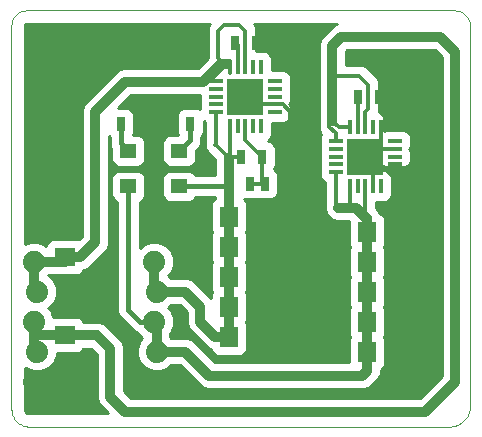
<source format=gtl>
G75*
G70*
%OFA0B0*%
%FSLAX24Y24*%
%IPPOS*%
%LPD*%
%AMOC8*
5,1,8,0,0,1.08239X$1,22.5*
%
%ADD10C,0.0000*%
%ADD11R,0.0140X0.0492*%
%ADD12R,0.0492X0.0140*%
%ADD13R,0.1240X0.1240*%
%ADD14R,0.0315X0.0472*%
%ADD15R,0.0709X0.0630*%
%ADD16R,0.0630X0.0709*%
%ADD17C,0.0740*%
%ADD18R,0.0551X0.0472*%
%ADD19C,0.0100*%
%ADD20C,0.0140*%
%ADD21R,0.0396X0.0396*%
%ADD22C,0.0320*%
%ADD23C,0.0160*%
D10*
X000250Y000733D02*
X000250Y013544D01*
X000252Y013585D01*
X000257Y013627D01*
X000266Y013667D01*
X000279Y013707D01*
X000295Y013745D01*
X000314Y013782D01*
X000336Y013817D01*
X000361Y013850D01*
X000389Y013881D01*
X000420Y013909D01*
X000453Y013934D01*
X000488Y013956D01*
X000525Y013975D01*
X000563Y013991D01*
X000603Y014004D01*
X000643Y014013D01*
X000685Y014018D01*
X000726Y014020D01*
X015018Y014020D01*
X015061Y014018D01*
X015104Y014013D01*
X015147Y014004D01*
X015188Y013992D01*
X015228Y013976D01*
X015267Y013957D01*
X015305Y013935D01*
X015340Y013910D01*
X015373Y013882D01*
X015404Y013851D01*
X015432Y013818D01*
X015457Y013783D01*
X015479Y013745D01*
X015498Y013706D01*
X015514Y013666D01*
X015526Y013625D01*
X015535Y013582D01*
X015540Y013539D01*
X015542Y013496D01*
X015542Y000852D01*
X015543Y000852D02*
X015541Y000802D01*
X015536Y000752D01*
X015527Y000703D01*
X015515Y000654D01*
X015499Y000607D01*
X015480Y000560D01*
X015457Y000516D01*
X015432Y000472D01*
X015403Y000431D01*
X015372Y000392D01*
X015337Y000356D01*
X015301Y000321D01*
X015262Y000290D01*
X015221Y000261D01*
X015177Y000236D01*
X015133Y000213D01*
X015086Y000194D01*
X015039Y000178D01*
X014990Y000166D01*
X014941Y000157D01*
X014891Y000152D01*
X014841Y000150D01*
X000833Y000150D01*
X000785Y000152D01*
X000737Y000158D01*
X000690Y000168D01*
X000644Y000182D01*
X000599Y000199D01*
X000556Y000220D01*
X000514Y000245D01*
X000475Y000273D01*
X000438Y000304D01*
X000404Y000338D01*
X000373Y000375D01*
X000345Y000414D01*
X000320Y000456D01*
X000299Y000499D01*
X000282Y000544D01*
X000268Y000590D01*
X000258Y000637D01*
X000252Y000685D01*
X000250Y000733D01*
D11*
X007540Y010159D03*
X007790Y010159D03*
X008050Y010159D03*
X008310Y010159D03*
X008560Y010159D03*
X008560Y012141D03*
X008310Y012141D03*
X008050Y012141D03*
X007790Y012141D03*
X007540Y012141D03*
X011540Y010141D03*
X011790Y010141D03*
X012050Y010141D03*
X012310Y010141D03*
X012560Y010141D03*
X012560Y008159D03*
X012310Y008159D03*
X012050Y008159D03*
X011790Y008159D03*
X011540Y008159D03*
D12*
X011059Y008640D03*
X011059Y008890D03*
X011059Y009150D03*
X011059Y009410D03*
X011059Y009660D03*
X013041Y009660D03*
X013041Y009410D03*
X013041Y009150D03*
X013041Y008890D03*
X013041Y008640D03*
X009041Y010640D03*
X009041Y010890D03*
X009041Y011150D03*
X009041Y011410D03*
X009041Y011660D03*
X007059Y011660D03*
X007059Y011410D03*
X007059Y011150D03*
X007059Y010890D03*
X007059Y010640D03*
D13*
X008050Y011150D03*
X012050Y009150D03*
D14*
X011796Y011150D03*
X012504Y011150D03*
X009404Y008250D03*
X008696Y008250D03*
X008204Y008250D03*
X007496Y008250D03*
X007896Y009150D03*
X008604Y009150D03*
X006204Y010250D03*
X005496Y010250D03*
X004604Y010250D03*
X003896Y010250D03*
X007696Y012950D03*
X008404Y012950D03*
D15*
X002050Y006901D03*
X002050Y005799D03*
X002050Y003201D03*
X002050Y002099D03*
D16*
X007499Y003150D03*
X007499Y004150D03*
X007499Y005150D03*
X007499Y006150D03*
X007499Y007150D03*
X008601Y007150D03*
X008601Y006150D03*
X008601Y005150D03*
X008601Y004150D03*
X008601Y003150D03*
X010999Y002650D03*
X010999Y003650D03*
X010999Y004650D03*
X010999Y005650D03*
X010999Y006650D03*
X012101Y006650D03*
X012101Y005650D03*
X012101Y004650D03*
X012101Y003650D03*
X012101Y002650D03*
D17*
X005100Y002650D03*
X005000Y001650D03*
X005000Y003650D03*
X005100Y004650D03*
X005000Y005650D03*
X005100Y006650D03*
X001100Y006650D03*
X001000Y005650D03*
X001100Y004650D03*
X001000Y003650D03*
X001100Y002650D03*
X001000Y001650D03*
D18*
X004150Y008159D03*
X004150Y009341D03*
X005850Y009341D03*
X005850Y008159D03*
D19*
X000715Y000673D02*
X000739Y000639D01*
X000773Y000615D01*
X000812Y000602D01*
X000833Y000600D01*
X003464Y000600D01*
X003169Y000895D01*
X003100Y001060D01*
X003100Y002566D01*
X002915Y002751D01*
X002662Y002751D01*
X002650Y002722D01*
X002569Y002640D01*
X002462Y002596D01*
X001760Y002596D01*
X001760Y002519D01*
X001660Y002276D01*
X001474Y002090D01*
X001231Y001990D01*
X000969Y001990D01*
X000726Y002090D01*
X000700Y002117D01*
X000700Y000733D01*
X000702Y000712D01*
X000715Y000673D01*
X000736Y000643D02*
X003421Y000643D01*
X003323Y000741D02*
X000700Y000741D01*
X000700Y000840D02*
X003224Y000840D01*
X003151Y000938D02*
X000700Y000938D01*
X000700Y001037D02*
X003110Y001037D01*
X003100Y001135D02*
X000700Y001135D01*
X000700Y001234D02*
X003100Y001234D01*
X003100Y001332D02*
X000700Y001332D01*
X000700Y001431D02*
X003100Y001431D01*
X003100Y001529D02*
X000700Y001529D01*
X000700Y001628D02*
X003100Y001628D01*
X003100Y001726D02*
X000700Y001726D01*
X000700Y001825D02*
X003100Y001825D01*
X003100Y001923D02*
X000700Y001923D01*
X000700Y002022D02*
X000893Y002022D01*
X001307Y002022D02*
X003100Y002022D01*
X003100Y002120D02*
X001503Y002120D01*
X001602Y002219D02*
X003100Y002219D01*
X003100Y002317D02*
X001676Y002317D01*
X001717Y002416D02*
X003100Y002416D01*
X003100Y002514D02*
X001758Y002514D01*
X002501Y002613D02*
X003053Y002613D01*
X002955Y002711D02*
X002639Y002711D01*
X003440Y003499D02*
X004178Y003499D01*
X004236Y003440D02*
X004340Y003336D01*
X004431Y003299D01*
X004440Y003276D01*
X004617Y003100D01*
X004540Y003024D01*
X004440Y002781D01*
X004440Y002519D01*
X004540Y002276D01*
X004726Y002090D01*
X004969Y001990D01*
X005231Y001990D01*
X005474Y002090D01*
X005583Y002200D01*
X005864Y002200D01*
X006469Y001595D01*
X006595Y001469D01*
X006760Y001400D01*
X012040Y001400D01*
X012205Y001469D01*
X012331Y001595D01*
X012483Y001746D01*
X012551Y001912D01*
X012551Y002038D01*
X012580Y002050D01*
X012662Y002131D01*
X012706Y002238D01*
X012706Y003062D01*
X012670Y003150D01*
X012706Y003238D01*
X012706Y004062D01*
X012670Y004150D01*
X012706Y004238D01*
X012706Y005062D01*
X012670Y005150D01*
X012706Y005238D01*
X012706Y006062D01*
X012670Y006150D01*
X012706Y006238D01*
X012706Y007062D01*
X012662Y007169D01*
X012580Y007250D01*
X012514Y007278D01*
X012483Y007354D01*
X012431Y007405D01*
X012410Y007426D01*
X012410Y007632D01*
X012432Y007623D01*
X012688Y007623D01*
X012794Y007667D01*
X012876Y007748D01*
X012920Y007855D01*
X012920Y008463D01*
X012876Y008569D01*
X012794Y008651D01*
X012688Y008695D01*
X012432Y008695D01*
X012326Y008651D01*
X012305Y008630D01*
X012284Y008651D01*
X012178Y008695D01*
X011922Y008695D01*
X011920Y008694D01*
X011918Y008695D01*
X011595Y008695D01*
X011595Y009018D01*
X011594Y009020D01*
X011595Y009022D01*
X011595Y009278D01*
X011594Y009280D01*
X011595Y009282D01*
X011595Y009605D01*
X011918Y009605D01*
X011920Y009606D01*
X011922Y009605D01*
X012178Y009605D01*
X012180Y009606D01*
X012182Y009605D01*
X012438Y009605D01*
X012505Y009633D01*
X012505Y009532D01*
X012549Y009426D01*
X012570Y009405D01*
X012549Y009384D01*
X012505Y009278D01*
X012505Y009022D01*
X012549Y008916D01*
X012631Y008834D01*
X012737Y008790D01*
X013345Y008790D01*
X013452Y008834D01*
X013533Y008916D01*
X013577Y009022D01*
X013577Y009278D01*
X013533Y009384D01*
X013512Y009405D01*
X013533Y009426D01*
X013577Y009532D01*
X013577Y009788D01*
X013533Y009894D01*
X013452Y009976D01*
X013345Y010020D01*
X012737Y010020D01*
X012670Y009992D01*
X012670Y010445D01*
X012626Y010552D01*
X012544Y010633D01*
X012499Y010652D01*
X012510Y010678D01*
X012510Y011622D01*
X012455Y011754D01*
X012155Y012054D01*
X012054Y012155D01*
X011922Y012210D01*
X011400Y012210D01*
X011400Y012664D01*
X011436Y012700D01*
X014364Y012700D01*
X014600Y012464D01*
X014600Y001836D01*
X013864Y001100D01*
X004236Y001100D01*
X004000Y001336D01*
X004000Y002842D01*
X003931Y003007D01*
X003805Y003134D01*
X003483Y003456D01*
X003356Y003583D01*
X003191Y003651D01*
X002662Y003651D01*
X002650Y003680D01*
X002569Y003762D01*
X002462Y003806D01*
X001650Y003806D01*
X001560Y004024D01*
X001483Y004100D01*
X001660Y004276D01*
X001760Y004519D01*
X001760Y004781D01*
X001660Y005024D01*
X001483Y005200D01*
X001623Y005200D01*
X001638Y005194D01*
X002462Y005194D01*
X002569Y005238D01*
X002650Y005320D01*
X002667Y005360D01*
X002805Y005417D01*
X003431Y006044D01*
X003500Y006209D01*
X003500Y009842D01*
X003526Y009816D01*
X003526Y009521D01*
X003582Y009385D01*
X003584Y009383D01*
X003584Y009047D01*
X003629Y008940D01*
X003710Y008858D01*
X003817Y008814D01*
X004483Y008814D01*
X004590Y008858D01*
X004671Y008940D01*
X004716Y009047D01*
X004716Y009634D01*
X004671Y009741D01*
X004590Y009823D01*
X004483Y009867D01*
X004306Y009867D01*
X004343Y009956D01*
X004343Y010544D01*
X004299Y010650D01*
X004217Y010732D01*
X004111Y010776D01*
X003813Y010776D01*
X004236Y011200D01*
X006523Y011200D01*
X006523Y011022D01*
X006524Y011020D01*
X006523Y011018D01*
X006523Y010733D01*
X006419Y010776D01*
X005989Y010776D01*
X005883Y010732D01*
X005801Y010650D01*
X005757Y010544D01*
X005757Y009956D01*
X005794Y009867D01*
X005517Y009867D01*
X005410Y009823D01*
X005329Y009741D01*
X005284Y009634D01*
X005284Y009047D01*
X005329Y008940D01*
X005410Y008858D01*
X005517Y008814D01*
X006183Y008814D01*
X006290Y008858D01*
X006371Y008940D01*
X006416Y009047D01*
X006416Y009383D01*
X006518Y009485D01*
X006574Y009621D01*
X006574Y009816D01*
X006608Y009850D01*
X006652Y009956D01*
X006652Y010323D01*
X006699Y010303D01*
X006699Y009643D01*
X006690Y009622D01*
X006690Y009478D01*
X006745Y009346D01*
X006754Y009337D01*
X007049Y009042D01*
X007049Y008545D01*
X007048Y008544D01*
X007048Y008529D01*
X006384Y008529D01*
X006371Y008560D01*
X006290Y008642D01*
X006183Y008686D01*
X005517Y008686D01*
X005410Y008642D01*
X005329Y008560D01*
X005284Y008453D01*
X005284Y007866D01*
X005329Y007759D01*
X005410Y007677D01*
X005517Y007633D01*
X006183Y007633D01*
X006290Y007677D01*
X006371Y007759D01*
X006384Y007789D01*
X007049Y007789D01*
X007049Y007762D01*
X007020Y007750D01*
X006938Y007669D01*
X006894Y007562D01*
X006894Y006738D01*
X006930Y006650D01*
X006894Y006562D01*
X006894Y005738D01*
X006930Y005650D01*
X006894Y005562D01*
X006894Y004738D01*
X006930Y004650D01*
X006894Y004562D01*
X006894Y004443D01*
X006805Y004531D01*
X006305Y005031D01*
X006140Y005100D01*
X005583Y005100D01*
X005483Y005200D01*
X005560Y005276D01*
X005660Y005519D01*
X005660Y005781D01*
X005560Y006024D01*
X005374Y006210D01*
X005131Y006310D01*
X004869Y006310D01*
X004626Y006210D01*
X004520Y006103D01*
X004520Y007648D01*
X004590Y007677D01*
X004671Y007759D01*
X004716Y007866D01*
X004716Y008453D01*
X004671Y008560D01*
X004590Y008642D01*
X004483Y008686D01*
X003817Y008686D01*
X003710Y008642D01*
X003629Y008560D01*
X003584Y008453D01*
X003584Y007866D01*
X003629Y007759D01*
X003710Y007677D01*
X003780Y007648D01*
X003780Y003976D01*
X003836Y003840D01*
X004236Y003440D01*
X004276Y003401D02*
X003538Y003401D01*
X003483Y003456D02*
X003483Y003456D01*
X003320Y003598D02*
X004079Y003598D01*
X003981Y003696D02*
X002635Y003696D01*
X002490Y003795D02*
X003882Y003795D01*
X003815Y003893D02*
X001614Y003893D01*
X001573Y003992D02*
X003780Y003992D01*
X003780Y004090D02*
X001493Y004090D01*
X001572Y004189D02*
X003780Y004189D01*
X003780Y004287D02*
X001664Y004287D01*
X001705Y004386D02*
X003780Y004386D01*
X003780Y004484D02*
X001746Y004484D01*
X001760Y004583D02*
X003780Y004583D01*
X003780Y004681D02*
X001760Y004681D01*
X001760Y004780D02*
X003780Y004780D01*
X003780Y004878D02*
X001720Y004878D01*
X001679Y004977D02*
X003780Y004977D01*
X003780Y005075D02*
X001608Y005075D01*
X001510Y005174D02*
X003780Y005174D01*
X003780Y005272D02*
X002603Y005272D01*
X002692Y005371D02*
X003780Y005371D01*
X003780Y005469D02*
X002857Y005469D01*
X002955Y005568D02*
X003780Y005568D01*
X003780Y005666D02*
X003054Y005666D01*
X003152Y005765D02*
X003780Y005765D01*
X003780Y005863D02*
X003251Y005863D01*
X003349Y005962D02*
X003780Y005962D01*
X003780Y006060D02*
X003438Y006060D01*
X003479Y006159D02*
X003780Y006159D01*
X003780Y006257D02*
X003500Y006257D01*
X003500Y006356D02*
X003780Y006356D01*
X003780Y006454D02*
X003500Y006454D01*
X003500Y006553D02*
X003780Y006553D01*
X003780Y006651D02*
X003500Y006651D01*
X003500Y006750D02*
X003780Y006750D01*
X003780Y006848D02*
X003500Y006848D01*
X003500Y006947D02*
X003780Y006947D01*
X003780Y007045D02*
X003500Y007045D01*
X003500Y007144D02*
X003780Y007144D01*
X003780Y007242D02*
X003500Y007242D01*
X003500Y007341D02*
X003780Y007341D01*
X003780Y007439D02*
X003500Y007439D01*
X003500Y007538D02*
X003780Y007538D01*
X003780Y007636D02*
X003500Y007636D01*
X003500Y007735D02*
X003653Y007735D01*
X003598Y007833D02*
X003500Y007833D01*
X003500Y007932D02*
X003584Y007932D01*
X003584Y008030D02*
X003500Y008030D01*
X003500Y008129D02*
X003584Y008129D01*
X003584Y008227D02*
X003500Y008227D01*
X003500Y008326D02*
X003584Y008326D01*
X003584Y008424D02*
X003500Y008424D01*
X003500Y008523D02*
X003613Y008523D01*
X003690Y008621D02*
X003500Y008621D01*
X003500Y008720D02*
X007049Y008720D01*
X007049Y008818D02*
X006192Y008818D01*
X006348Y008917D02*
X007049Y008917D01*
X007049Y009015D02*
X006402Y009015D01*
X006416Y009114D02*
X006977Y009114D01*
X006879Y009212D02*
X006416Y009212D01*
X006416Y009311D02*
X006780Y009311D01*
X006719Y009409D02*
X006442Y009409D01*
X006527Y009508D02*
X006690Y009508D01*
X006690Y009606D02*
X006568Y009606D01*
X006574Y009705D02*
X006699Y009705D01*
X006699Y009803D02*
X006574Y009803D01*
X006629Y009902D02*
X006699Y009902D01*
X006699Y010000D02*
X006652Y010000D01*
X006652Y010099D02*
X006699Y010099D01*
X006699Y010197D02*
X006652Y010197D01*
X006652Y010296D02*
X006699Y010296D01*
X006523Y010788D02*
X003824Y010788D01*
X003923Y010887D02*
X006523Y010887D01*
X006523Y010985D02*
X004021Y010985D01*
X004120Y011084D02*
X006523Y011084D01*
X006523Y011182D02*
X004218Y011182D01*
X004260Y010690D02*
X005840Y010690D01*
X005776Y010591D02*
X004324Y010591D01*
X004343Y010493D02*
X005757Y010493D01*
X005757Y010394D02*
X004343Y010394D01*
X004343Y010296D02*
X005757Y010296D01*
X005757Y010197D02*
X004343Y010197D01*
X004343Y010099D02*
X005757Y010099D01*
X005757Y010000D02*
X004343Y010000D01*
X004321Y009902D02*
X005779Y009902D01*
X005391Y009803D02*
X004609Y009803D01*
X004687Y009705D02*
X005313Y009705D01*
X005284Y009606D02*
X004716Y009606D01*
X004716Y009508D02*
X005284Y009508D01*
X005284Y009409D02*
X004716Y009409D01*
X004716Y009311D02*
X005284Y009311D01*
X005284Y009212D02*
X004716Y009212D01*
X004716Y009114D02*
X005284Y009114D01*
X005298Y009015D02*
X004702Y009015D01*
X004648Y008917D02*
X005352Y008917D01*
X005508Y008818D02*
X004492Y008818D01*
X004610Y008621D02*
X005390Y008621D01*
X005313Y008523D02*
X004687Y008523D01*
X004716Y008424D02*
X005284Y008424D01*
X005284Y008326D02*
X004716Y008326D01*
X004716Y008227D02*
X005284Y008227D01*
X005284Y008129D02*
X004716Y008129D01*
X004716Y008030D02*
X005284Y008030D01*
X005284Y007932D02*
X004716Y007932D01*
X004702Y007833D02*
X005298Y007833D01*
X005353Y007735D02*
X004647Y007735D01*
X004520Y007636D02*
X005510Y007636D01*
X006190Y007636D02*
X006925Y007636D01*
X006894Y007538D02*
X004520Y007538D01*
X004520Y007439D02*
X006894Y007439D01*
X006894Y007341D02*
X004520Y007341D01*
X004520Y007242D02*
X006894Y007242D01*
X006894Y007144D02*
X004520Y007144D01*
X004520Y007045D02*
X006894Y007045D01*
X006894Y006947D02*
X004520Y006947D01*
X004520Y006848D02*
X006894Y006848D01*
X006894Y006750D02*
X004520Y006750D01*
X004520Y006651D02*
X006930Y006651D01*
X006894Y006553D02*
X004520Y006553D01*
X004520Y006454D02*
X006894Y006454D01*
X006894Y006356D02*
X004520Y006356D01*
X004520Y006257D02*
X004741Y006257D01*
X004575Y006159D02*
X004520Y006159D01*
X005259Y006257D02*
X006894Y006257D01*
X006894Y006159D02*
X005425Y006159D01*
X005523Y006060D02*
X006894Y006060D01*
X006894Y005962D02*
X005585Y005962D01*
X005626Y005863D02*
X006894Y005863D01*
X006894Y005765D02*
X005660Y005765D01*
X005660Y005666D02*
X006924Y005666D01*
X006896Y005568D02*
X005660Y005568D01*
X005639Y005469D02*
X006894Y005469D01*
X006894Y005371D02*
X005599Y005371D01*
X005555Y005272D02*
X006894Y005272D01*
X006894Y005174D02*
X005510Y005174D01*
X006200Y005075D02*
X006894Y005075D01*
X006894Y004977D02*
X006360Y004977D01*
X006458Y004878D02*
X006894Y004878D01*
X006894Y004780D02*
X006557Y004780D01*
X006655Y004681D02*
X006917Y004681D01*
X006902Y004583D02*
X006754Y004583D01*
X006852Y004484D02*
X006894Y004484D01*
X006100Y003964D02*
X006100Y003560D01*
X006169Y003395D01*
X006669Y002895D01*
X006795Y002769D01*
X006899Y002725D01*
X006938Y002631D01*
X007020Y002550D01*
X007126Y002506D01*
X007871Y002506D01*
X007978Y002550D01*
X008060Y002631D01*
X008104Y002738D01*
X008104Y003562D01*
X008067Y003650D01*
X008104Y003738D01*
X008104Y004562D01*
X008067Y004650D01*
X008104Y004738D01*
X008104Y005562D01*
X008067Y005650D01*
X008104Y005738D01*
X008104Y006562D01*
X008067Y006650D01*
X008104Y006738D01*
X008104Y007562D01*
X008060Y007669D01*
X008004Y007724D01*
X008419Y007724D01*
X008450Y007736D01*
X008481Y007724D01*
X008911Y007724D01*
X009017Y007768D01*
X009099Y007850D01*
X009143Y007956D01*
X009143Y008544D01*
X009099Y008650D01*
X009017Y008732D01*
X008998Y008740D01*
X009008Y008750D01*
X009052Y008856D01*
X009052Y009444D01*
X009008Y009550D01*
X008926Y009632D01*
X008819Y009676D01*
X008804Y009676D01*
X008876Y009748D01*
X008920Y009855D01*
X008920Y010280D01*
X009345Y010280D01*
X009452Y010324D01*
X009533Y010406D01*
X009577Y010512D01*
X009577Y010768D01*
X009533Y010874D01*
X009512Y010895D01*
X009533Y010916D01*
X009577Y011022D01*
X009577Y011278D01*
X009576Y011280D01*
X009577Y011282D01*
X009577Y011788D01*
X009533Y011894D01*
X009452Y011976D01*
X009345Y012020D01*
X008920Y012020D01*
X008920Y012445D01*
X008876Y012552D01*
X008794Y012633D01*
X008688Y012677D01*
X008410Y012677D01*
X008410Y013422D01*
X008355Y013554D01*
X008339Y013570D01*
X011088Y013570D01*
X010995Y013531D01*
X010695Y013231D01*
X010569Y013105D01*
X010500Y012940D01*
X010500Y010546D01*
X010490Y010522D01*
X010490Y010078D01*
X010545Y009946D01*
X010582Y009909D01*
X010567Y009894D01*
X010523Y009788D01*
X010523Y009282D01*
X010524Y009280D01*
X010523Y009278D01*
X010523Y009022D01*
X010524Y009020D01*
X010523Y009018D01*
X010523Y008512D01*
X010567Y008406D01*
X010648Y008324D01*
X010699Y008303D01*
X010699Y007470D01*
X010700Y007467D01*
X010700Y007360D01*
X010769Y007195D01*
X010895Y007069D01*
X011060Y007000D01*
X011496Y007000D01*
X011496Y006238D01*
X011533Y006150D01*
X011496Y006062D01*
X011496Y005238D01*
X011533Y005150D01*
X011496Y005062D01*
X011496Y004238D01*
X011533Y004150D01*
X011496Y004062D01*
X011496Y003238D01*
X011533Y003150D01*
X011496Y003062D01*
X011496Y002300D01*
X007036Y002300D01*
X006431Y002905D01*
X006305Y003031D01*
X006140Y003100D01*
X005583Y003100D01*
X005550Y003133D01*
X005550Y003267D01*
X005560Y003276D01*
X005660Y003519D01*
X005660Y003781D01*
X005560Y004024D01*
X005483Y004100D01*
X005583Y004200D01*
X005864Y004200D01*
X006100Y003964D01*
X006072Y003992D02*
X005573Y003992D01*
X005614Y003893D02*
X006100Y003893D01*
X006100Y003795D02*
X005655Y003795D01*
X005660Y003696D02*
X006100Y003696D01*
X006100Y003598D02*
X005660Y003598D01*
X005652Y003499D02*
X006125Y003499D01*
X006166Y003401D02*
X005611Y003401D01*
X005570Y003302D02*
X006262Y003302D01*
X006360Y003204D02*
X005550Y003204D01*
X005578Y003105D02*
X006459Y003105D01*
X006557Y003007D02*
X006330Y003007D01*
X006428Y002908D02*
X006656Y002908D01*
X006754Y002810D02*
X006527Y002810D01*
X006431Y002905D02*
X006431Y002905D01*
X006625Y002711D02*
X006905Y002711D01*
X006957Y002613D02*
X006724Y002613D01*
X006822Y002514D02*
X007106Y002514D01*
X006921Y002416D02*
X011496Y002416D01*
X011496Y002514D02*
X007892Y002514D01*
X008041Y002613D02*
X011496Y002613D01*
X011496Y002711D02*
X008093Y002711D01*
X008104Y002810D02*
X011496Y002810D01*
X011496Y002908D02*
X008104Y002908D01*
X008104Y003007D02*
X011496Y003007D01*
X011514Y003105D02*
X008104Y003105D01*
X008104Y003204D02*
X011511Y003204D01*
X011496Y003302D02*
X008104Y003302D01*
X008104Y003401D02*
X011496Y003401D01*
X011496Y003499D02*
X008104Y003499D01*
X008089Y003598D02*
X011496Y003598D01*
X011496Y003696D02*
X008086Y003696D01*
X008104Y003795D02*
X011496Y003795D01*
X011496Y003893D02*
X008104Y003893D01*
X008104Y003992D02*
X011496Y003992D01*
X011508Y004090D02*
X008104Y004090D01*
X008104Y004189D02*
X011517Y004189D01*
X011496Y004287D02*
X008104Y004287D01*
X008104Y004386D02*
X011496Y004386D01*
X011496Y004484D02*
X008104Y004484D01*
X008095Y004583D02*
X011496Y004583D01*
X011496Y004681D02*
X008080Y004681D01*
X008104Y004780D02*
X011496Y004780D01*
X011496Y004878D02*
X008104Y004878D01*
X008104Y004977D02*
X011496Y004977D01*
X011502Y005075D02*
X008104Y005075D01*
X008104Y005174D02*
X011523Y005174D01*
X011496Y005272D02*
X008104Y005272D01*
X008104Y005371D02*
X011496Y005371D01*
X011496Y005469D02*
X008104Y005469D01*
X008102Y005568D02*
X011496Y005568D01*
X011496Y005666D02*
X008074Y005666D01*
X008104Y005765D02*
X011496Y005765D01*
X011496Y005863D02*
X008104Y005863D01*
X008104Y005962D02*
X011496Y005962D01*
X011496Y006060D02*
X008104Y006060D01*
X008104Y006159D02*
X011529Y006159D01*
X011496Y006257D02*
X008104Y006257D01*
X008104Y006356D02*
X011496Y006356D01*
X011496Y006454D02*
X008104Y006454D01*
X008104Y006553D02*
X011496Y006553D01*
X011496Y006651D02*
X008068Y006651D01*
X008104Y006750D02*
X011496Y006750D01*
X011496Y006848D02*
X008104Y006848D01*
X008104Y006947D02*
X011496Y006947D01*
X010952Y007045D02*
X008104Y007045D01*
X008104Y007144D02*
X010820Y007144D01*
X010749Y007242D02*
X008104Y007242D01*
X008104Y007341D02*
X010708Y007341D01*
X010700Y007439D02*
X008104Y007439D01*
X008104Y007538D02*
X010699Y007538D01*
X010699Y007636D02*
X008073Y007636D01*
X008445Y007735D02*
X008455Y007735D01*
X008937Y007735D02*
X010699Y007735D01*
X010699Y007833D02*
X009083Y007833D01*
X009133Y007932D02*
X010699Y007932D01*
X010699Y008030D02*
X009143Y008030D01*
X009143Y008129D02*
X010699Y008129D01*
X010699Y008227D02*
X009143Y008227D01*
X009143Y008326D02*
X010647Y008326D01*
X010559Y008424D02*
X009143Y008424D01*
X009143Y008523D02*
X010523Y008523D01*
X010523Y008621D02*
X009111Y008621D01*
X009030Y008720D02*
X010523Y008720D01*
X010523Y008818D02*
X009036Y008818D01*
X009052Y008917D02*
X010523Y008917D01*
X010523Y009015D02*
X009052Y009015D01*
X009052Y009114D02*
X010523Y009114D01*
X010523Y009212D02*
X009052Y009212D01*
X009052Y009311D02*
X010523Y009311D01*
X010523Y009409D02*
X009052Y009409D01*
X009025Y009508D02*
X010523Y009508D01*
X010523Y009606D02*
X008952Y009606D01*
X008832Y009705D02*
X010523Y009705D01*
X010529Y009803D02*
X008898Y009803D01*
X008920Y009902D02*
X010574Y009902D01*
X010522Y010000D02*
X008920Y010000D01*
X008920Y010099D02*
X010490Y010099D01*
X010490Y010197D02*
X008920Y010197D01*
X009382Y010296D02*
X010490Y010296D01*
X010490Y010394D02*
X009521Y010394D01*
X009569Y010493D02*
X010490Y010493D01*
X010500Y010591D02*
X009577Y010591D01*
X009577Y010690D02*
X010500Y010690D01*
X010500Y010788D02*
X009569Y010788D01*
X009521Y010887D02*
X010500Y010887D01*
X010500Y010985D02*
X009562Y010985D01*
X009577Y011084D02*
X010500Y011084D01*
X010500Y011182D02*
X009577Y011182D01*
X009577Y011281D02*
X010500Y011281D01*
X010500Y011379D02*
X009577Y011379D01*
X009577Y011478D02*
X010500Y011478D01*
X010500Y011576D02*
X009577Y011576D01*
X009577Y011675D02*
X010500Y011675D01*
X010500Y011773D02*
X009577Y011773D01*
X009543Y011872D02*
X010500Y011872D01*
X010500Y011970D02*
X009457Y011970D01*
X008920Y012069D02*
X010500Y012069D01*
X010500Y012167D02*
X008920Y012167D01*
X008920Y012266D02*
X010500Y012266D01*
X010500Y012364D02*
X008920Y012364D01*
X008913Y012463D02*
X010500Y012463D01*
X010500Y012561D02*
X008866Y012561D01*
X008730Y012660D02*
X010500Y012660D01*
X010500Y012758D02*
X008410Y012758D01*
X008410Y012857D02*
X010500Y012857D01*
X010506Y012955D02*
X008410Y012955D01*
X008410Y013054D02*
X010547Y013054D01*
X010616Y013152D02*
X008410Y013152D01*
X008410Y013251D02*
X010714Y013251D01*
X010813Y013349D02*
X008410Y013349D01*
X008399Y013448D02*
X010911Y013448D01*
X011030Y013546D02*
X008358Y013546D01*
X006861Y013570D02*
X006845Y013554D01*
X006790Y013422D01*
X006790Y012426D01*
X006470Y012107D01*
X006454Y012100D01*
X003960Y012100D01*
X003795Y012031D01*
X002795Y011031D01*
X002669Y010905D01*
X002600Y010740D01*
X002600Y006485D01*
X002502Y006387D01*
X002462Y006404D01*
X001638Y006404D01*
X001531Y006360D01*
X001450Y006278D01*
X001407Y006176D01*
X001374Y006210D01*
X001131Y006310D01*
X000869Y006310D01*
X000700Y006240D01*
X000700Y013544D01*
X000700Y013548D01*
X000703Y013556D01*
X000708Y013562D01*
X000714Y013567D01*
X000722Y013570D01*
X000726Y013570D01*
X006861Y013570D01*
X006842Y013546D02*
X000700Y013546D01*
X000700Y013448D02*
X006801Y013448D01*
X006790Y013349D02*
X000700Y013349D01*
X000700Y013251D02*
X006790Y013251D01*
X006790Y013152D02*
X000700Y013152D01*
X000700Y013054D02*
X006790Y013054D01*
X006790Y012955D02*
X000700Y012955D01*
X000700Y012857D02*
X006790Y012857D01*
X006790Y012758D02*
X000700Y012758D01*
X000700Y012660D02*
X006790Y012660D01*
X006790Y012561D02*
X000700Y012561D01*
X000700Y012463D02*
X006790Y012463D01*
X006728Y012364D02*
X000700Y012364D01*
X000700Y012266D02*
X006629Y012266D01*
X006531Y012167D02*
X000700Y012167D01*
X000700Y012069D02*
X003885Y012069D01*
X003734Y011970D02*
X000700Y011970D01*
X000700Y011872D02*
X003635Y011872D01*
X003537Y011773D02*
X000700Y011773D01*
X000700Y011675D02*
X003438Y011675D01*
X003340Y011576D02*
X000700Y011576D01*
X000700Y011478D02*
X003241Y011478D01*
X003143Y011379D02*
X000700Y011379D01*
X000700Y011281D02*
X003044Y011281D01*
X002946Y011182D02*
X000700Y011182D01*
X000700Y011084D02*
X002847Y011084D01*
X002749Y010985D02*
X000700Y010985D01*
X000700Y010887D02*
X002661Y010887D01*
X002620Y010788D02*
X000700Y010788D01*
X000700Y010690D02*
X002600Y010690D01*
X002600Y010591D02*
X000700Y010591D01*
X000700Y010493D02*
X002600Y010493D01*
X002600Y010394D02*
X000700Y010394D01*
X000700Y010296D02*
X002600Y010296D01*
X002600Y010197D02*
X000700Y010197D01*
X000700Y010099D02*
X002600Y010099D01*
X002600Y010000D02*
X000700Y010000D01*
X000700Y009902D02*
X002600Y009902D01*
X002600Y009803D02*
X000700Y009803D01*
X000700Y009705D02*
X002600Y009705D01*
X002600Y009606D02*
X000700Y009606D01*
X000700Y009508D02*
X002600Y009508D01*
X002600Y009409D02*
X000700Y009409D01*
X000700Y009311D02*
X002600Y009311D01*
X002600Y009212D02*
X000700Y009212D01*
X000700Y009114D02*
X002600Y009114D01*
X002600Y009015D02*
X000700Y009015D01*
X000700Y008917D02*
X002600Y008917D01*
X002600Y008818D02*
X000700Y008818D01*
X000700Y008720D02*
X002600Y008720D01*
X002600Y008621D02*
X000700Y008621D01*
X000700Y008523D02*
X002600Y008523D01*
X002600Y008424D02*
X000700Y008424D01*
X000700Y008326D02*
X002600Y008326D01*
X002600Y008227D02*
X000700Y008227D01*
X000700Y008129D02*
X002600Y008129D01*
X002600Y008030D02*
X000700Y008030D01*
X000700Y007932D02*
X002600Y007932D01*
X002600Y007833D02*
X000700Y007833D01*
X000700Y007735D02*
X002600Y007735D01*
X002600Y007636D02*
X000700Y007636D01*
X000700Y007538D02*
X002600Y007538D01*
X002600Y007439D02*
X000700Y007439D01*
X000700Y007341D02*
X002600Y007341D01*
X002600Y007242D02*
X000700Y007242D01*
X000700Y007144D02*
X002600Y007144D01*
X002600Y007045D02*
X000700Y007045D01*
X000700Y006947D02*
X002600Y006947D01*
X002600Y006848D02*
X000700Y006848D01*
X000700Y006750D02*
X002600Y006750D01*
X002600Y006651D02*
X000700Y006651D01*
X000700Y006553D02*
X002600Y006553D01*
X002569Y006454D02*
X000700Y006454D01*
X000700Y006356D02*
X001527Y006356D01*
X001441Y006257D02*
X001259Y006257D01*
X000741Y006257D02*
X000700Y006257D01*
X001483Y005200D02*
X001483Y005200D01*
X003637Y003302D02*
X004423Y003302D01*
X004513Y003204D02*
X003735Y003204D01*
X003834Y003105D02*
X004612Y003105D01*
X004533Y003007D02*
X003932Y003007D01*
X003973Y002908D02*
X004492Y002908D01*
X004452Y002810D02*
X004000Y002810D01*
X004000Y002711D02*
X004440Y002711D01*
X004440Y002613D02*
X004000Y002613D01*
X004000Y002514D02*
X004442Y002514D01*
X004483Y002416D02*
X004000Y002416D01*
X004000Y002317D02*
X004524Y002317D01*
X004598Y002219D02*
X004000Y002219D01*
X004000Y002120D02*
X004697Y002120D01*
X004893Y002022D02*
X004000Y002022D01*
X004000Y001923D02*
X006141Y001923D01*
X006239Y001825D02*
X004000Y001825D01*
X004000Y001726D02*
X006338Y001726D01*
X006436Y001628D02*
X004000Y001628D01*
X004000Y001529D02*
X006535Y001529D01*
X006469Y001595D02*
X006469Y001595D01*
X006687Y001431D02*
X004000Y001431D01*
X004004Y001332D02*
X014096Y001332D01*
X014194Y001431D02*
X012113Y001431D01*
X012265Y001529D02*
X014293Y001529D01*
X014391Y001628D02*
X012364Y001628D01*
X012462Y001726D02*
X014490Y001726D01*
X014588Y001825D02*
X012515Y001825D01*
X012551Y001923D02*
X014600Y001923D01*
X014600Y002022D02*
X012551Y002022D01*
X012651Y002120D02*
X014600Y002120D01*
X014600Y002219D02*
X012698Y002219D01*
X012706Y002317D02*
X014600Y002317D01*
X014600Y002416D02*
X012706Y002416D01*
X012706Y002514D02*
X014600Y002514D01*
X014600Y002613D02*
X012706Y002613D01*
X012706Y002711D02*
X014600Y002711D01*
X014600Y002810D02*
X012706Y002810D01*
X012706Y002908D02*
X014600Y002908D01*
X014600Y003007D02*
X012706Y003007D01*
X012688Y003105D02*
X014600Y003105D01*
X014600Y003204D02*
X012692Y003204D01*
X012706Y003302D02*
X014600Y003302D01*
X014600Y003401D02*
X012706Y003401D01*
X012706Y003499D02*
X014600Y003499D01*
X014600Y003598D02*
X012706Y003598D01*
X012706Y003696D02*
X014600Y003696D01*
X014600Y003795D02*
X012706Y003795D01*
X012706Y003893D02*
X014600Y003893D01*
X014600Y003992D02*
X012706Y003992D01*
X012695Y004090D02*
X014600Y004090D01*
X014600Y004189D02*
X012686Y004189D01*
X012706Y004287D02*
X014600Y004287D01*
X014600Y004386D02*
X012706Y004386D01*
X012706Y004484D02*
X014600Y004484D01*
X014600Y004583D02*
X012706Y004583D01*
X012706Y004681D02*
X014600Y004681D01*
X014600Y004780D02*
X012706Y004780D01*
X012706Y004878D02*
X014600Y004878D01*
X014600Y004977D02*
X012706Y004977D01*
X012701Y005075D02*
X014600Y005075D01*
X014600Y005174D02*
X012679Y005174D01*
X012706Y005272D02*
X014600Y005272D01*
X014600Y005371D02*
X012706Y005371D01*
X012706Y005469D02*
X014600Y005469D01*
X014600Y005568D02*
X012706Y005568D01*
X012706Y005666D02*
X014600Y005666D01*
X014600Y005765D02*
X012706Y005765D01*
X012706Y005863D02*
X014600Y005863D01*
X014600Y005962D02*
X012706Y005962D01*
X012706Y006060D02*
X014600Y006060D01*
X014600Y006159D02*
X012673Y006159D01*
X012706Y006257D02*
X014600Y006257D01*
X014600Y006356D02*
X012706Y006356D01*
X012706Y006454D02*
X014600Y006454D01*
X014600Y006553D02*
X012706Y006553D01*
X012706Y006651D02*
X014600Y006651D01*
X014600Y006750D02*
X012706Y006750D01*
X012706Y006848D02*
X014600Y006848D01*
X014600Y006947D02*
X012706Y006947D01*
X012706Y007045D02*
X014600Y007045D01*
X014600Y007144D02*
X012672Y007144D01*
X012589Y007242D02*
X014600Y007242D01*
X014600Y007341D02*
X012488Y007341D01*
X012410Y007439D02*
X014600Y007439D01*
X014600Y007538D02*
X012410Y007538D01*
X012720Y007636D02*
X014600Y007636D01*
X014600Y007735D02*
X012862Y007735D01*
X012911Y007833D02*
X014600Y007833D01*
X014600Y007932D02*
X012920Y007932D01*
X012920Y008030D02*
X014600Y008030D01*
X014600Y008129D02*
X012920Y008129D01*
X012920Y008227D02*
X014600Y008227D01*
X014600Y008326D02*
X012920Y008326D01*
X012920Y008424D02*
X014600Y008424D01*
X014600Y008523D02*
X012895Y008523D01*
X012824Y008621D02*
X014600Y008621D01*
X014600Y008720D02*
X011595Y008720D01*
X011595Y008818D02*
X012670Y008818D01*
X012549Y008917D02*
X011595Y008917D01*
X011595Y009015D02*
X012508Y009015D01*
X012505Y009114D02*
X011595Y009114D01*
X011595Y009212D02*
X012505Y009212D01*
X012519Y009311D02*
X011595Y009311D01*
X011595Y009409D02*
X012566Y009409D01*
X012515Y009508D02*
X011595Y009508D01*
X011920Y009606D02*
X011920Y009606D01*
X012180Y009606D02*
X012180Y009606D01*
X012440Y009606D02*
X012505Y009606D01*
X012670Y010000D02*
X012689Y010000D01*
X012670Y010099D02*
X014600Y010099D01*
X014600Y010197D02*
X012670Y010197D01*
X012670Y010296D02*
X014600Y010296D01*
X014600Y010394D02*
X012670Y010394D01*
X012650Y010493D02*
X014600Y010493D01*
X014600Y010591D02*
X012586Y010591D01*
X012510Y010690D02*
X014600Y010690D01*
X014600Y010788D02*
X012510Y010788D01*
X012510Y010887D02*
X014600Y010887D01*
X014600Y010985D02*
X012510Y010985D01*
X012510Y011084D02*
X014600Y011084D01*
X014600Y011182D02*
X012510Y011182D01*
X012510Y011281D02*
X014600Y011281D01*
X014600Y011379D02*
X012510Y011379D01*
X012510Y011478D02*
X014600Y011478D01*
X014600Y011576D02*
X012510Y011576D01*
X012488Y011675D02*
X014600Y011675D01*
X014600Y011773D02*
X012436Y011773D01*
X012338Y011872D02*
X014600Y011872D01*
X014600Y011970D02*
X012239Y011970D01*
X012141Y012069D02*
X014600Y012069D01*
X014600Y012167D02*
X012025Y012167D01*
X011400Y012266D02*
X014600Y012266D01*
X014600Y012364D02*
X011400Y012364D01*
X011400Y012463D02*
X014600Y012463D01*
X014503Y012561D02*
X011400Y012561D01*
X011400Y012660D02*
X014404Y012660D01*
X014600Y010000D02*
X013393Y010000D01*
X013526Y009902D02*
X014600Y009902D01*
X014600Y009803D02*
X013571Y009803D01*
X013577Y009705D02*
X014600Y009705D01*
X014600Y009606D02*
X013577Y009606D01*
X013567Y009508D02*
X014600Y009508D01*
X014600Y009409D02*
X013516Y009409D01*
X013564Y009311D02*
X014600Y009311D01*
X014600Y009212D02*
X013577Y009212D01*
X013577Y009114D02*
X014600Y009114D01*
X014600Y009015D02*
X013574Y009015D01*
X013533Y008917D02*
X014600Y008917D01*
X014600Y008818D02*
X013413Y008818D01*
X008505Y010695D02*
X008182Y010695D01*
X008180Y010694D01*
X008178Y010695D01*
X007922Y010695D01*
X007920Y010694D01*
X007918Y010695D01*
X007668Y010695D01*
X007595Y010695D01*
X007595Y011018D01*
X007594Y011020D01*
X007595Y011022D01*
X007595Y011278D01*
X007594Y011280D01*
X007595Y011282D01*
X007595Y011590D01*
X007622Y011590D01*
X007658Y011605D01*
X007918Y011605D01*
X007920Y011606D01*
X007922Y011605D01*
X008178Y011605D01*
X008180Y011606D01*
X008182Y011605D01*
X008505Y011605D01*
X008505Y011282D01*
X008506Y011280D01*
X008505Y011278D01*
X008505Y011022D01*
X008549Y010916D01*
X008570Y010895D01*
X008549Y010874D01*
X008505Y010768D01*
X008505Y010695D01*
X008514Y010788D02*
X007595Y010788D01*
X007595Y010887D02*
X008562Y010887D01*
X008521Y010985D02*
X007595Y010985D01*
X007595Y011084D02*
X008505Y011084D01*
X008505Y011182D02*
X007595Y011182D01*
X007594Y011281D02*
X008506Y011281D01*
X008505Y011379D02*
X007595Y011379D01*
X007595Y011478D02*
X008505Y011478D01*
X008505Y011576D02*
X007595Y011576D01*
X007049Y008621D02*
X006310Y008621D01*
X006347Y007735D02*
X007004Y007735D01*
X003808Y008818D02*
X003500Y008818D01*
X003500Y008917D02*
X003652Y008917D01*
X003598Y009015D02*
X003500Y009015D01*
X003500Y009114D02*
X003584Y009114D01*
X003584Y009212D02*
X003500Y009212D01*
X003500Y009311D02*
X003584Y009311D01*
X003572Y009409D02*
X003500Y009409D01*
X003500Y009508D02*
X003531Y009508D01*
X003526Y009606D02*
X003500Y009606D01*
X003500Y009705D02*
X003526Y009705D01*
X003526Y009803D02*
X003500Y009803D01*
X005572Y004189D02*
X005875Y004189D01*
X005974Y004090D02*
X005493Y004090D01*
X007019Y002317D02*
X011496Y002317D01*
X013899Y001135D02*
X004201Y001135D01*
X004103Y001234D02*
X013997Y001234D01*
X006042Y002022D02*
X005307Y002022D01*
X005503Y002120D02*
X005944Y002120D01*
D20*
X011150Y007450D02*
X011059Y007541D01*
X011059Y008640D01*
X011540Y008159D02*
X011540Y007460D01*
X011550Y007450D01*
X012050Y007150D02*
X012050Y008159D01*
X012310Y008159D02*
X012310Y008890D01*
X012050Y009150D01*
X012310Y009410D01*
X013041Y009410D01*
X013041Y008890D02*
X013041Y008640D01*
X012550Y009150D02*
X012050Y009150D01*
X012550Y009150D02*
X012550Y009650D01*
X012560Y009660D01*
X012560Y010141D01*
X012050Y010141D02*
X012050Y010650D01*
X012150Y010750D01*
X012150Y011550D01*
X011850Y011850D01*
X011050Y011850D01*
X010950Y011750D01*
X011796Y011150D02*
X011796Y010147D01*
X011790Y010141D01*
X011540Y010141D02*
X011159Y010141D01*
X010950Y010350D01*
X010850Y010450D02*
X010950Y010550D01*
X010850Y010450D02*
X010850Y010150D01*
X011059Y009941D01*
X011059Y009660D01*
X009550Y010350D02*
X009550Y010650D01*
X009310Y010890D01*
X009041Y010890D01*
X008310Y010890D01*
X008050Y011150D01*
X007550Y011950D02*
X007550Y012350D01*
X007250Y012350D01*
X007150Y012450D01*
X007150Y013350D01*
X007350Y013550D01*
X007850Y013550D01*
X008050Y013350D01*
X008050Y012141D01*
X007790Y012141D02*
X007790Y012856D01*
X007696Y012950D01*
X007250Y012350D02*
X007250Y012250D01*
X007450Y012250D01*
X007540Y012160D01*
X007540Y012141D01*
X007331Y012141D01*
X006850Y011660D01*
X006640Y011660D01*
X006650Y011650D01*
X006640Y011660D02*
X006550Y011750D01*
X006650Y011750D02*
X006850Y011750D01*
X007250Y012150D01*
X007250Y012250D01*
X007059Y011660D02*
X006850Y011660D01*
X007059Y010640D02*
X007059Y009559D01*
X007059Y009541D01*
X007499Y009101D01*
X007540Y009142D01*
X007548Y009150D01*
X007896Y009150D01*
X007540Y009142D02*
X007540Y010159D01*
X008050Y010159D02*
X008050Y009704D01*
X008604Y009150D01*
X008604Y008341D01*
X008696Y008250D01*
X008204Y008250D01*
X009404Y008250D02*
X009404Y010204D01*
X009550Y010350D01*
X007059Y009559D02*
X007050Y009550D01*
D21*
X008050Y011150D03*
X012050Y009150D03*
D22*
X010950Y010350D02*
X010950Y010550D01*
X010950Y011750D01*
X010950Y012850D01*
X011250Y013150D01*
X014550Y013150D01*
X015050Y012650D01*
X015050Y001650D01*
X014050Y000650D01*
X004050Y000650D01*
X003550Y001150D01*
X003550Y002752D01*
X003101Y003201D01*
X002050Y003201D01*
X001051Y003201D01*
X001000Y003150D01*
X001000Y002750D01*
X001100Y002650D01*
X001000Y003150D02*
X001000Y003650D01*
X001000Y004650D02*
X001000Y005650D01*
X002050Y005650D01*
X002050Y005799D01*
X002550Y005799D01*
X003050Y006299D01*
X003050Y010650D01*
X004050Y011650D01*
X006650Y011650D01*
X007250Y012250D01*
X007499Y009101D02*
X007499Y008247D01*
X007496Y008250D01*
X007499Y008247D02*
X007499Y007150D01*
X007499Y006150D01*
X007499Y005150D01*
X007499Y004150D01*
X007499Y003150D01*
X007050Y003150D01*
X006550Y003650D01*
X006550Y004150D01*
X006050Y004650D01*
X005100Y004650D01*
X005000Y004750D01*
X005000Y005650D01*
X005000Y003650D02*
X005100Y003550D01*
X005100Y002650D01*
X006050Y002650D01*
X006850Y001850D01*
X011950Y001850D01*
X012101Y002001D01*
X012101Y002650D01*
X012101Y003650D01*
X012101Y004650D01*
X012101Y005650D01*
X012101Y006650D01*
X012101Y007099D01*
X012050Y007150D01*
X011750Y007450D01*
X011550Y007450D01*
X011150Y007450D01*
X001100Y004650D02*
X001000Y004650D01*
D23*
X004150Y004050D02*
X004550Y003650D01*
X005000Y003650D01*
X004150Y004050D02*
X004150Y008159D01*
X004150Y009341D02*
X003896Y009595D01*
X003896Y010250D01*
X005850Y009341D02*
X006204Y009695D01*
X006204Y010250D01*
X005850Y008159D02*
X007405Y008159D01*
X007496Y008250D01*
M02*

</source>
